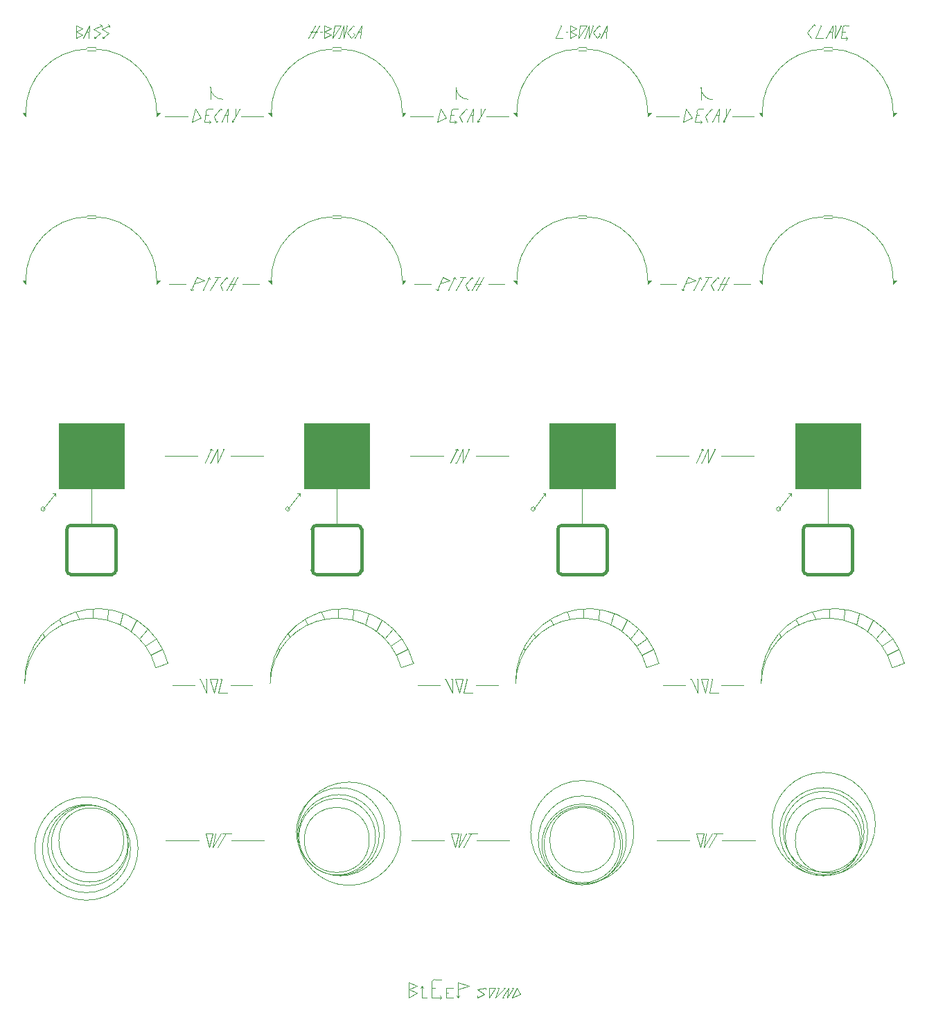
<source format=gto>
G04 #@! TF.GenerationSoftware,KiCad,Pcbnew,(6.0.1)*
G04 #@! TF.CreationDate,2022-02-10T17:32:22+01:00*
G04 #@! TF.ProjectId,Drumbox,4472756d-626f-4782-9e6b-696361645f70,rev?*
G04 #@! TF.SameCoordinates,Original*
G04 #@! TF.FileFunction,Legend,Top*
G04 #@! TF.FilePolarity,Positive*
%FSLAX46Y46*%
G04 Gerber Fmt 4.6, Leading zero omitted, Abs format (unit mm)*
G04 Created by KiCad (PCBNEW (6.0.1)) date 2022-02-10 17:32:22*
%MOMM*%
%LPD*%
G01*
G04 APERTURE LIST*
%ADD10C,0.120000*%
%ADD11C,0.100000*%
%ADD12C,0.400000*%
%ADD13C,0.150000*%
%ADD14O,6.700000X4.200000*%
G04 APERTURE END LIST*
D10*
X130100000Y-89450000D02*
X130100000Y-94700000D01*
X100100000Y-89450000D02*
X100100000Y-94700000D01*
D11*
X126100000Y-82200000D02*
X134100000Y-82200000D01*
X134100000Y-82200000D02*
X134100000Y-90200000D01*
X134100000Y-90200000D02*
X126100000Y-90200000D01*
X126100000Y-90200000D02*
X126100000Y-82200000D01*
G36*
X134100000Y-90200000D02*
G01*
X126100000Y-90200000D01*
X126100000Y-82200000D01*
X134100000Y-82200000D01*
X134100000Y-90200000D01*
G37*
X134100000Y-90200000D02*
X126100000Y-90200000D01*
X126100000Y-82200000D01*
X134100000Y-82200000D01*
X134100000Y-90200000D01*
D10*
X104586150Y-133600000D02*
G75*
G03*
X104586150Y-133600000I-4686150J0D01*
G01*
X104069887Y-133200000D02*
G75*
G03*
X104069887Y-133200000I-3969887J0D01*
G01*
X104885165Y-134200000D02*
G75*
G03*
X104885165Y-134200000I-5385165J0D01*
G01*
X104639636Y-133800000D02*
G75*
G03*
X104639636Y-133800000I-4939636J0D01*
G01*
X135935165Y-132150000D02*
G75*
G03*
X135935165Y-132150000I-5385165J0D01*
G01*
X135289636Y-132550000D02*
G75*
G03*
X135289636Y-132550000I-4939636J0D01*
G01*
X134836150Y-132750000D02*
G75*
G03*
X134836150Y-132750000I-4686150J0D01*
G01*
X134069887Y-133150000D02*
G75*
G03*
X134069887Y-133150000I-3969887J0D01*
G01*
X124350000Y-92700000D02*
G75*
G03*
X124350000Y-92700000I-250000J0D01*
G01*
X124100000Y-92700000D02*
X125600000Y-90800000D01*
X125600000Y-90800000D02*
X125300000Y-90800000D01*
X125600000Y-90800000D02*
X125600000Y-91100000D01*
X141700000Y-152400000D02*
X142900000Y-152400000D01*
X158625000Y-35200000D02*
X159425000Y-34700000D01*
X197396174Y-110519395D02*
X198756174Y-109849395D01*
D12*
X127600000Y-94700000D02*
X132600000Y-94700000D01*
D10*
X98556174Y-106149395D02*
X98256174Y-105349395D01*
X117300000Y-45400000D02*
X117500000Y-45300000D01*
X135956174Y-108549395D02*
X136956174Y-107349395D01*
X121700000Y-64800000D02*
X122100000Y-64800000D01*
X122100000Y-64800000D02*
X122100000Y-65200000D01*
X122100000Y-65200000D02*
X121700000Y-64800000D01*
G36*
X122100000Y-65200000D02*
G01*
X121700000Y-64800000D01*
X122100000Y-64800000D01*
X122100000Y-65200000D01*
G37*
X122100000Y-65200000D02*
X121700000Y-64800000D01*
X122100000Y-64800000D01*
X122100000Y-65200000D01*
X146000000Y-113500000D02*
X145900000Y-113500000D01*
X159425000Y-34000000D02*
X158625000Y-33600000D01*
X168100000Y-44700000D02*
X168100000Y-44300000D01*
X168100000Y-44300000D02*
X168500000Y-44300000D01*
X168500000Y-44300000D02*
X168100000Y-44700000D01*
G36*
X168100000Y-44700000D02*
G01*
X168100000Y-44300000D01*
X168500000Y-44300000D01*
X168100000Y-44700000D01*
G37*
X168100000Y-44700000D02*
X168100000Y-44300000D01*
X168500000Y-44300000D01*
X168100000Y-44700000D01*
X128600000Y-34400000D02*
X129400000Y-34000000D01*
X108100000Y-64800000D02*
G75*
G03*
X100600000Y-57000000I-7702650J99375D01*
G01*
X116000000Y-113500000D02*
X115900000Y-113500000D01*
X144800000Y-85350000D02*
X144900000Y-85550000D01*
D12*
X187600000Y-94700000D02*
G75*
G03*
X187100000Y-95200000I1J-500001D01*
G01*
D10*
X197956174Y-112049395D02*
G75*
G03*
X181956174Y-114049395I-7856174J-2150605D01*
G01*
X159600000Y-56800000D02*
X160600000Y-56800000D01*
X194539636Y-132150000D02*
G75*
G03*
X194539636Y-132150000I-4939636J0D01*
G01*
X100450000Y-35200000D02*
X100650000Y-35200000D01*
X162125000Y-33600000D02*
X162225000Y-33700000D01*
X177100000Y-86200000D02*
X181100000Y-86200000D01*
X176125000Y-66000000D02*
X176225000Y-65900000D01*
X160256174Y-106049395D02*
X160256174Y-104949395D01*
X144500000Y-43800000D02*
X144900000Y-43800000D01*
X174800000Y-85350000D02*
X174600000Y-85450000D01*
X147300000Y-152400000D02*
X147300000Y-152200000D01*
X160650000Y-33600000D02*
X159600000Y-35200000D01*
X154156174Y-107949395D02*
X154356174Y-108349395D01*
X114950000Y-134050000D02*
X115950000Y-132350000D01*
X114660660Y-42639340D02*
X114660660Y-41139340D01*
X184156174Y-107949395D02*
X184356174Y-108349395D01*
X116925000Y-65200000D02*
X117725000Y-65200000D01*
X172525000Y-65900000D02*
X172325000Y-66000000D01*
X108100000Y-65200000D02*
X108100000Y-64800000D01*
X108100000Y-64800000D02*
X108500000Y-64800000D01*
X108500000Y-64800000D02*
X108100000Y-65200000D01*
G36*
X108100000Y-65200000D02*
G01*
X108100000Y-64800000D01*
X108500000Y-64800000D01*
X108100000Y-65200000D01*
G37*
X108100000Y-65200000D02*
X108100000Y-64800000D01*
X108500000Y-64800000D01*
X108100000Y-65200000D01*
X172700000Y-114200000D02*
X170000000Y-114200000D01*
X152956174Y-109749395D02*
X153056174Y-109949395D01*
X162125000Y-33600000D02*
X161425000Y-34500000D01*
X159600000Y-36500000D02*
G75*
G03*
X152100000Y-44300000I150000J-7650000D01*
G01*
X169456174Y-111549395D02*
X167956174Y-112049395D01*
X174700000Y-45400000D02*
X174500000Y-45600000D01*
X144100000Y-44600000D02*
X144400000Y-44600000D01*
X128600000Y-33600000D02*
X128600000Y-35200000D01*
X175500000Y-113500000D02*
X175100000Y-115200000D01*
X143025000Y-64400000D02*
X142325000Y-66000000D01*
X115500000Y-85350000D02*
X115500000Y-87050000D01*
D12*
X97600000Y-94700000D02*
G75*
G03*
X97100000Y-95200000I1J-500001D01*
G01*
X163100000Y-95200000D02*
G75*
G03*
X162600000Y-94700000I-500001J-1D01*
G01*
D10*
X174000000Y-87050000D02*
X174800000Y-85350000D01*
D12*
X163100000Y-95200000D02*
X163100000Y-100200000D01*
D10*
X188100000Y-35200000D02*
X188200000Y-35100000D01*
X114800000Y-85350000D02*
X114600000Y-85450000D01*
X174600000Y-113500000D02*
X175500000Y-113500000D01*
X116300000Y-85350000D02*
X116200000Y-85350000D01*
X158125000Y-34400000D02*
X158325000Y-34400000D01*
X145825000Y-65300000D02*
X146125000Y-66000000D01*
X192300000Y-33600000D02*
G75*
G03*
X191900000Y-34000000I-1J-399999D01*
G01*
X176000000Y-113500000D02*
X175600000Y-115200000D01*
X189600000Y-57200000D02*
X190600000Y-57200000D01*
X130900000Y-33600000D02*
X130400000Y-35200000D01*
X163025000Y-34400000D02*
X162725000Y-34400000D01*
X140500000Y-151000000D02*
X140300000Y-151200000D01*
X190700000Y-33600000D02*
X190600000Y-35200000D01*
X174600000Y-41200000D02*
G75*
G03*
X176100000Y-42700000I1500001J1D01*
G01*
X130625000Y-33600000D02*
X129575000Y-35200000D01*
X158556174Y-106149395D02*
X158256174Y-105349395D01*
X144525000Y-64400000D02*
X144325000Y-64500000D01*
X146625000Y-64400000D02*
X145825000Y-65300000D01*
X116625000Y-64400000D02*
X115825000Y-65300000D01*
X114525000Y-64400000D02*
X114325000Y-64500000D01*
X147100000Y-86200000D02*
X151100000Y-86200000D01*
X181700000Y-44300000D02*
X182100000Y-44300000D01*
X182100000Y-44300000D02*
X182100000Y-44700000D01*
X182100000Y-44700000D02*
X181700000Y-44300000D01*
G36*
X182100000Y-44700000D02*
G01*
X181700000Y-44300000D01*
X182100000Y-44300000D01*
X182100000Y-44700000D01*
G37*
X182100000Y-44700000D02*
X181700000Y-44300000D01*
X182100000Y-44300000D01*
X182100000Y-44700000D01*
X151700000Y-64800000D02*
X152100000Y-64800000D01*
X152100000Y-64800000D02*
X152100000Y-65200000D01*
X152100000Y-65200000D02*
X151700000Y-64800000D01*
G36*
X152100000Y-65200000D02*
G01*
X151700000Y-64800000D01*
X152100000Y-64800000D01*
X152100000Y-65200000D01*
G37*
X152100000Y-65200000D02*
X151700000Y-64800000D01*
X152100000Y-64800000D01*
X152100000Y-65200000D01*
X176625000Y-64400000D02*
X176725000Y-64500000D01*
X176850000Y-132350000D02*
X177250000Y-132350000D01*
X175400000Y-45400000D02*
X175500000Y-45300000D01*
X165485165Y-133150000D02*
G75*
G03*
X165485165Y-133150000I-5385165J0D01*
G01*
D12*
X157600000Y-94700000D02*
X162600000Y-94700000D01*
D10*
X130400000Y-35200000D02*
X130300000Y-35200000D01*
X199456174Y-111549395D02*
X197956174Y-112049395D01*
X91700000Y-44300000D02*
X92100000Y-44300000D01*
X92100000Y-44300000D02*
X92100000Y-44700000D01*
X92100000Y-44700000D02*
X91700000Y-44300000D01*
G36*
X92100000Y-44700000D02*
G01*
X91700000Y-44300000D01*
X92100000Y-44300000D01*
X92100000Y-44700000D01*
G37*
X92100000Y-44700000D02*
X91700000Y-44300000D01*
X92100000Y-44300000D01*
X92100000Y-44700000D01*
X113100000Y-86200000D02*
X109100000Y-86200000D01*
X178600000Y-65200000D02*
X180600000Y-65200000D01*
X140500000Y-152400000D02*
X141100000Y-152400000D01*
X173400000Y-113500000D02*
X174200000Y-115200000D01*
X116800000Y-43800000D02*
X116000000Y-45400000D01*
X143500000Y-44900000D02*
X142800000Y-43800000D01*
X189600000Y-36500000D02*
G75*
G03*
X182100000Y-44300000I150000J-7650000D01*
G01*
X137396174Y-110519395D02*
X138756174Y-109849395D01*
X186556174Y-106849395D02*
X186256174Y-106249395D01*
X172800000Y-43800000D02*
X172400000Y-45400000D01*
X166726174Y-109449395D02*
X167956174Y-108549395D01*
X138900000Y-151400000D02*
X139900000Y-151000000D01*
X147200000Y-133200000D02*
X151200000Y-133200000D01*
X194906174Y-107599395D02*
X195606174Y-106299395D01*
D12*
X187600000Y-94700000D02*
X192600000Y-94700000D01*
D10*
X144700000Y-45400000D02*
X144500000Y-45600000D01*
X161425000Y-34500000D02*
X161925000Y-35200000D01*
X147700000Y-44700000D02*
X147700000Y-43800000D01*
X114600000Y-113500000D02*
X115500000Y-113500000D01*
X149500000Y-151200000D02*
X148700000Y-151200000D01*
X142100000Y-150200000D02*
G75*
G03*
X141700000Y-150600000I-1J-399999D01*
G01*
X176150000Y-132350000D02*
X176850000Y-132350000D01*
X187600000Y-34450000D02*
X188100000Y-35200000D01*
X133556174Y-106849395D02*
X133956174Y-105549395D01*
X148700000Y-152400000D02*
X149500000Y-151200000D01*
X167396174Y-110519395D02*
X168756174Y-109849395D01*
X143025000Y-64400000D02*
X143925000Y-64800000D01*
X152100000Y-151200000D02*
X151500000Y-152400000D01*
X112525000Y-65900000D02*
X112325000Y-66000000D01*
X198100000Y-64800000D02*
G75*
G03*
X190600000Y-57000000I-7702650J99375D01*
G01*
X99900000Y-33600000D02*
X99800000Y-35200000D01*
X115900000Y-43800000D02*
X116000000Y-43900000D01*
X131400000Y-33600000D02*
X130900000Y-35200000D01*
X169100000Y-44700000D02*
X171900000Y-44700000D01*
X115575000Y-64400000D02*
X114625000Y-66000000D01*
X133000000Y-34400000D02*
X132700000Y-34400000D01*
X164906174Y-107599395D02*
X165606174Y-106299395D01*
X146850000Y-132350000D02*
X147250000Y-132350000D01*
X143725000Y-66000000D02*
X144525000Y-64400000D01*
X191900000Y-34000000D02*
X191700000Y-35200000D01*
X138900000Y-152400000D02*
X139900000Y-151800000D01*
X190600000Y-34400000D02*
X190300000Y-34400000D01*
X145900000Y-43800000D02*
X145100000Y-44700000D01*
X150700000Y-151200000D02*
X150500000Y-151200000D01*
X115500000Y-87050000D02*
X116300000Y-85350000D01*
X114950000Y-132350000D02*
X114550000Y-134050000D01*
X174500000Y-43800000D02*
G75*
G03*
X174100000Y-44200000I-1J-399999D01*
G01*
X114700000Y-45400000D02*
X114500000Y-45200000D01*
X127500000Y-33600000D02*
X126600000Y-35200000D01*
X128000000Y-33600000D02*
X127100000Y-35200000D01*
X199456175Y-111549395D02*
G75*
G03*
X181956174Y-114049395I-8610204J-2228578D01*
G01*
X144900000Y-150600000D02*
X144900000Y-152400000D01*
X192300000Y-33600000D02*
X192700000Y-33600000D01*
X198100000Y-44300000D02*
G75*
G03*
X190600000Y-36500000I-7702650J99375D01*
G01*
X175825000Y-65300000D02*
X176125000Y-66000000D01*
X99050000Y-34000000D02*
X98250000Y-33600000D01*
X146800000Y-43800000D02*
X146000000Y-45400000D01*
X143100000Y-86200000D02*
X139100000Y-86200000D01*
D12*
X193100000Y-95200000D02*
X193100000Y-100200000D01*
D10*
X142525000Y-65900000D02*
X142325000Y-66000000D01*
X178025000Y-64400000D02*
X177125000Y-66000000D01*
X138100000Y-44700000D02*
X138100000Y-44300000D01*
X138100000Y-44300000D02*
X138500000Y-44300000D01*
X138500000Y-44300000D02*
X138100000Y-44700000D01*
G36*
X138100000Y-44700000D02*
G01*
X138100000Y-44300000D01*
X138500000Y-44300000D01*
X138100000Y-44700000D01*
G37*
X138100000Y-44700000D02*
X138100000Y-44300000D01*
X138500000Y-44300000D01*
X138100000Y-44700000D01*
D12*
X97600000Y-94700000D02*
X102600000Y-94700000D01*
D10*
X177200000Y-133200000D02*
X181200000Y-133200000D01*
X175900000Y-43800000D02*
X176000000Y-43900000D01*
X116700000Y-44600000D02*
X116400000Y-44600000D01*
X129600000Y-56800000D02*
X130600000Y-56800000D01*
X175100000Y-115200000D02*
X174600000Y-113500000D01*
X100450000Y-35200000D02*
X100450000Y-35000000D01*
X141700000Y-151200000D02*
X142100000Y-151200000D01*
X143500000Y-151200000D02*
X143500000Y-152400000D01*
X172325000Y-66000000D02*
X172225000Y-65800000D01*
X162175000Y-34600000D02*
X162275000Y-34700000D01*
X124156174Y-107949395D02*
X124356174Y-108349395D01*
X148300000Y-151200000D02*
X147300000Y-151400000D01*
X117700000Y-44700000D02*
X118200000Y-43800000D01*
X109456175Y-111549395D02*
G75*
G03*
X91956174Y-114049395I-8610204J-2228578D01*
G01*
X114550000Y-134050000D02*
X114050000Y-132350000D01*
X143200000Y-133200000D02*
X139200000Y-133200000D01*
X174200000Y-115200000D02*
X174200000Y-113500000D01*
X113400000Y-113500000D02*
X114200000Y-115200000D01*
X155600000Y-90800000D02*
X155300000Y-90800000D01*
X188450000Y-33500000D02*
X188550000Y-33600000D01*
X143500000Y-151800000D02*
X143700000Y-151800000D01*
X192500000Y-35200000D02*
X192300000Y-35400000D01*
X174525000Y-64400000D02*
X174325000Y-64500000D01*
X194286150Y-132700000D02*
G75*
G03*
X194286150Y-132700000I-4686150J0D01*
G01*
X175100000Y-44700000D02*
X175400000Y-45400000D01*
X116550000Y-132350000D02*
X115550000Y-134050000D01*
D12*
X187100000Y-100200000D02*
G75*
G03*
X187600000Y-100700000I500001J1D01*
G01*
D10*
X128556174Y-106149395D02*
X128256174Y-105349395D01*
X149900000Y-151200000D02*
X149700000Y-151200000D01*
X129575000Y-35200000D02*
X129825000Y-33600000D01*
X114200000Y-113500000D02*
X114100000Y-113500000D01*
D12*
X192600000Y-100700000D02*
G75*
G03*
X193100000Y-100200000I-1J500001D01*
G01*
D10*
X137956174Y-112049395D02*
G75*
G03*
X121956174Y-114049395I-7856174J-2150605D01*
G01*
X114700000Y-87050000D02*
X114600000Y-87050000D01*
X144050000Y-132350000D02*
X144950000Y-132350000D01*
X122956174Y-109749395D02*
X123056174Y-109949395D01*
X145100000Y-44700000D02*
X145400000Y-45400000D01*
X174500000Y-43800000D02*
X174900000Y-43800000D01*
X159600000Y-36300000D02*
X160600000Y-36300000D01*
X109100000Y-44700000D02*
X111900000Y-44700000D01*
X144200000Y-113500000D02*
X144100000Y-113500000D01*
X144950000Y-132350000D02*
X144550000Y-134050000D01*
X190700000Y-33600000D02*
X189900000Y-35200000D01*
X116125000Y-66000000D02*
X116225000Y-65900000D01*
X154100000Y-92700000D02*
X155600000Y-90800000D01*
X144700000Y-152200000D02*
X144900000Y-152400000D01*
X132100000Y-33600000D02*
X132200000Y-33700000D01*
X144900000Y-152400000D02*
X144900000Y-152200000D01*
X144700000Y-87050000D02*
X144600000Y-87050000D01*
X91700000Y-64800000D02*
X92100000Y-64800000D01*
X92100000Y-64800000D02*
X92100000Y-65200000D01*
X92100000Y-65200000D02*
X91700000Y-64800000D01*
G36*
X92100000Y-65200000D02*
G01*
X91700000Y-64800000D01*
X92100000Y-64800000D01*
X92100000Y-65200000D01*
G37*
X92100000Y-65200000D02*
X91700000Y-64800000D01*
X92100000Y-64800000D01*
X92100000Y-65200000D01*
X98250000Y-35200000D02*
X99050000Y-34700000D01*
X116850000Y-132350000D02*
X117250000Y-132350000D01*
X99600000Y-36300000D02*
X100600000Y-36300000D01*
X146700000Y-44600000D02*
X146400000Y-44600000D01*
X129400000Y-34700000D02*
X128600000Y-34400000D01*
X101450000Y-35200000D02*
X101650000Y-35200000D01*
X160925000Y-33600000D02*
X160925000Y-35200000D01*
X177300000Y-45400000D02*
X177300000Y-45200000D01*
X188600000Y-35200000D02*
X189500000Y-35200000D01*
X99600000Y-36700000D02*
X100600000Y-36700000D01*
D12*
X132600000Y-100700000D02*
G75*
G03*
X133100000Y-100200000I-1J500001D01*
G01*
D10*
X175600000Y-115200000D02*
X176700000Y-115200000D01*
X109456174Y-111549395D02*
X107956174Y-112049395D01*
X112700000Y-114200000D02*
X110000000Y-114200000D01*
X117700000Y-44700000D02*
X117300000Y-45400000D01*
X132150000Y-34600000D02*
X132250000Y-34700000D01*
X138100000Y-65200000D02*
X138100000Y-64800000D01*
X138100000Y-64800000D02*
X138500000Y-64800000D01*
X138500000Y-64800000D02*
X138100000Y-65200000D01*
G36*
X138100000Y-65200000D02*
G01*
X138100000Y-64800000D01*
X138500000Y-64800000D01*
X138100000Y-65200000D01*
G37*
X138100000Y-65200000D02*
X138100000Y-64800000D01*
X138500000Y-64800000D01*
X138100000Y-65200000D01*
X115175000Y-64400000D02*
X115875000Y-64400000D01*
X115825000Y-65300000D02*
X116125000Y-66000000D01*
X151700000Y-151200000D02*
X151500000Y-151200000D01*
X191750000Y-33600000D02*
X191650000Y-33600000D01*
X144800000Y-85350000D02*
X144600000Y-85450000D01*
X175175000Y-64400000D02*
X175875000Y-64400000D01*
X139100000Y-44700000D02*
X141900000Y-44700000D01*
X196726174Y-109449395D02*
X197956174Y-108549395D01*
X145100000Y-115200000D02*
X144600000Y-113500000D01*
X129825000Y-33600000D02*
X130625000Y-33600000D01*
X163556174Y-106849395D02*
X163956174Y-105549395D01*
X105813478Y-134200000D02*
G75*
G03*
X105813478Y-134200000I-6313478J0D01*
G01*
D12*
X127100000Y-100200000D02*
G75*
G03*
X127600000Y-100700000I500001J1D01*
G01*
D10*
X159600000Y-57000000D02*
G75*
G03*
X152100000Y-64800000I150000J-7650000D01*
G01*
X161425000Y-33600000D02*
X161325000Y-33600000D01*
X142400000Y-45400000D02*
X143500000Y-44900000D01*
X140500000Y-151000000D02*
X140500000Y-152400000D01*
X175500000Y-85350000D02*
X175500000Y-87050000D01*
X142700000Y-114200000D02*
X140000000Y-114200000D01*
X116625000Y-64400000D02*
X116725000Y-64500000D01*
X96556174Y-106849395D02*
X96256174Y-106249395D01*
X169600000Y-65200000D02*
X171600000Y-65200000D01*
X174700000Y-87050000D02*
X175500000Y-85350000D01*
X190100000Y-89450000D02*
X190100000Y-94700000D01*
X101350000Y-33600000D02*
X101150000Y-33500000D01*
X174950000Y-132350000D02*
X174550000Y-134050000D01*
X99600000Y-36500000D02*
G75*
G03*
X92100000Y-44300000I150000J-7650000D01*
G01*
X101350000Y-34100000D02*
X102250000Y-34600000D01*
X145250000Y-132350000D02*
X144950000Y-134050000D01*
X149900000Y-151200000D02*
X149500000Y-152400000D01*
X198100000Y-44700000D02*
X198100000Y-44300000D01*
X198100000Y-44300000D02*
X198500000Y-44300000D01*
X198500000Y-44300000D02*
X198100000Y-44700000D01*
G36*
X198100000Y-44700000D02*
G01*
X198100000Y-44300000D01*
X198500000Y-44300000D01*
X198100000Y-44700000D01*
G37*
X198100000Y-44700000D02*
X198100000Y-44300000D01*
X198500000Y-44300000D01*
X198100000Y-44700000D01*
X160925000Y-33600000D02*
X160425000Y-35200000D01*
D12*
X103100000Y-95200000D02*
X103100000Y-100200000D01*
D10*
X147300000Y-151400000D02*
X148100000Y-152000000D01*
X113200000Y-133200000D02*
X109200000Y-133200000D01*
X191050000Y-33600000D02*
X190950000Y-35200000D01*
X161925000Y-35200000D02*
X162275000Y-34700000D01*
X114700000Y-87050000D02*
X115500000Y-85350000D01*
X156825000Y-35200000D02*
X157725000Y-35200000D01*
X194985165Y-132150000D02*
G75*
G03*
X194985165Y-132150000I-5385165J0D01*
G01*
D12*
X162600000Y-100700000D02*
G75*
G03*
X163100000Y-100200000I-1J500001D01*
G01*
X162600000Y-100700000D02*
X157600000Y-100700000D01*
D10*
X134906174Y-107599395D02*
X135606174Y-106299395D01*
X95700000Y-90800000D02*
X95400000Y-90800000D01*
X126556174Y-106849395D02*
X126256174Y-106249395D01*
X102250000Y-34600000D02*
X101450000Y-35200000D01*
X105956174Y-108549395D02*
X106956174Y-107349395D01*
X191050000Y-33600000D02*
X190950000Y-33600000D01*
X175250000Y-132350000D02*
X174950000Y-134050000D01*
X115600000Y-115200000D02*
X116700000Y-115200000D01*
X174950000Y-134050000D02*
X175950000Y-132350000D01*
D12*
X102600000Y-100700000D02*
G75*
G03*
X103100000Y-100200000I-1J500001D01*
G01*
D10*
X148100000Y-152000000D02*
X147300000Y-152400000D01*
X189600000Y-36700000D02*
X190600000Y-36700000D01*
X115400000Y-45400000D02*
X115500000Y-45300000D01*
X145175000Y-64400000D02*
X145875000Y-64400000D01*
X147300000Y-45400000D02*
X147500000Y-45300000D01*
X92956174Y-109749395D02*
X93056174Y-109949395D01*
X99600000Y-57000000D02*
G75*
G03*
X92100000Y-64800000I150000J-7650000D01*
G01*
X131400000Y-33600000D02*
X131300000Y-33600000D01*
X130900000Y-33600000D02*
X130900000Y-35200000D01*
X144550000Y-134050000D02*
X144050000Y-132350000D01*
X106726174Y-109449395D02*
X107956174Y-108549395D01*
X117525000Y-64400000D02*
X116625000Y-66000000D01*
X177525000Y-64400000D02*
X176625000Y-66000000D01*
X113025000Y-64400000D02*
X113925000Y-64800000D01*
X189600000Y-36300000D02*
X190600000Y-36300000D01*
X151700000Y-44300000D02*
X152100000Y-44300000D01*
X152100000Y-44300000D02*
X152100000Y-44700000D01*
X152100000Y-44700000D02*
X151700000Y-44300000D01*
G36*
X152100000Y-44700000D02*
G01*
X151700000Y-44300000D01*
X152100000Y-44300000D01*
X152100000Y-44700000D01*
G37*
X152100000Y-44700000D02*
X151700000Y-44300000D01*
X152100000Y-44300000D01*
X152100000Y-44700000D01*
X99800000Y-34400000D02*
X99500000Y-34400000D01*
X176625000Y-64400000D02*
X175825000Y-65300000D01*
X146800000Y-43800000D02*
X146700000Y-45400000D01*
X99600000Y-56800000D02*
X100600000Y-56800000D01*
X160425000Y-35200000D02*
X160325000Y-35200000D01*
X177700000Y-44700000D02*
X177300000Y-45400000D01*
X139900000Y-151000000D02*
X138900000Y-150600000D01*
X173925000Y-64800000D02*
X172725000Y-65100000D01*
X115100000Y-44700000D02*
X115400000Y-45400000D01*
X115900000Y-43800000D02*
X115100000Y-44700000D01*
X167956174Y-112049395D02*
G75*
G03*
X151956174Y-114049395I-7856174J-2150605D01*
G01*
X147700000Y-44700000D02*
X147300000Y-45400000D01*
X148600000Y-65200000D02*
X150600000Y-65200000D01*
X139900000Y-151800000D02*
X138900000Y-151400000D01*
X176800000Y-43800000D02*
X176000000Y-45400000D01*
X192056174Y-106249395D02*
X192156174Y-105049395D01*
X172400000Y-45400000D02*
X173500000Y-44900000D01*
X146150000Y-132350000D02*
X146850000Y-132350000D01*
X157525000Y-33600000D02*
X156825000Y-35200000D01*
X150300000Y-152400000D02*
X150500000Y-152400000D01*
X94156174Y-107949395D02*
X94356174Y-108349395D01*
X159425000Y-34700000D02*
X158625000Y-34400000D01*
X116150000Y-132350000D02*
X116850000Y-132350000D01*
X144600000Y-113500000D02*
X145500000Y-113500000D01*
X131900000Y-35200000D02*
X132250000Y-34700000D01*
X144660660Y-41139340D02*
G75*
G03*
X146160660Y-42639340I1500001J1D01*
G01*
X114525000Y-64400000D02*
X114625000Y-64600000D01*
X160100000Y-89450000D02*
X160100000Y-94700000D01*
X189300000Y-33600000D02*
X188600000Y-35200000D01*
D12*
X157100000Y-95200000D02*
X157100000Y-100200000D01*
D10*
X168100000Y-44300000D02*
G75*
G03*
X160600000Y-36500000I-7702650J99375D01*
G01*
X121700000Y-44300000D02*
X122100000Y-44300000D01*
X122100000Y-44300000D02*
X122100000Y-44700000D01*
X122100000Y-44700000D02*
X121700000Y-44300000D01*
G36*
X122100000Y-44700000D02*
G01*
X121700000Y-44300000D01*
X122100000Y-44300000D01*
X122100000Y-44700000D01*
G37*
X122100000Y-44700000D02*
X121700000Y-44300000D01*
X122100000Y-44300000D01*
X122100000Y-44700000D01*
X173100000Y-86200000D02*
X169100000Y-86200000D01*
X115500000Y-113500000D02*
X115100000Y-115200000D01*
X102350000Y-33600000D02*
X102150000Y-33500000D01*
X114000000Y-87050000D02*
X114800000Y-85350000D01*
X143400000Y-113500000D02*
X144200000Y-115200000D01*
X164069887Y-133150000D02*
G75*
G03*
X164069887Y-133150000I-3969887J0D01*
G01*
X175575000Y-64400000D02*
X174625000Y-66000000D01*
X175900000Y-43800000D02*
X175100000Y-44700000D01*
X102056174Y-106249395D02*
X102156174Y-105049395D01*
X188556174Y-106149395D02*
X188256174Y-105349395D01*
X148025000Y-64400000D02*
X147125000Y-66000000D01*
X175500000Y-87050000D02*
X176300000Y-85350000D01*
X145400000Y-45400000D02*
X145500000Y-45300000D01*
X178400000Y-44700000D02*
X181100000Y-44700000D01*
X146550000Y-132350000D02*
X145550000Y-134050000D01*
X174100000Y-44600000D02*
X174400000Y-44600000D01*
X173025000Y-64400000D02*
X173925000Y-64800000D01*
D12*
X187100000Y-95200000D02*
X187100000Y-100200000D01*
D10*
X114050000Y-132350000D02*
X114950000Y-132350000D01*
X164780278Y-133700000D02*
G75*
G03*
X164780278Y-133700000I-4680278J0D01*
G01*
X139600000Y-65200000D02*
X141600000Y-65200000D01*
X145500000Y-113500000D02*
X145100000Y-115200000D01*
X173725000Y-66000000D02*
X174525000Y-64400000D01*
D12*
X97100000Y-100200000D02*
G75*
G03*
X97600000Y-100700000I500001J1D01*
G01*
D10*
X194069887Y-133200000D02*
G75*
G03*
X194069887Y-133200000I-3969887J0D01*
G01*
X129600000Y-36300000D02*
X130600000Y-36300000D01*
X117100000Y-86200000D02*
X121100000Y-86200000D01*
X143925000Y-64800000D02*
X142725000Y-65100000D01*
X113725000Y-66000000D02*
X114525000Y-64400000D01*
X188450000Y-33500000D02*
X187600000Y-34450000D01*
X174200000Y-113500000D02*
X174100000Y-113500000D01*
X182956174Y-109749395D02*
X183056174Y-109949395D01*
X191700000Y-35200000D02*
X192400000Y-35200000D01*
X173400000Y-113500000D02*
X173300000Y-113500000D01*
X157525000Y-33600000D02*
X157425000Y-33600000D01*
X147300000Y-45400000D02*
X147300000Y-45200000D01*
X165039636Y-133700000D02*
G75*
G03*
X165039636Y-133700000I-4939636J0D01*
G01*
X155600000Y-90800000D02*
X155600000Y-91100000D01*
X159600000Y-35200000D02*
X159850000Y-33600000D01*
X101450000Y-35200000D02*
X101450000Y-35000000D01*
X126900000Y-34400000D02*
X127700000Y-34400000D01*
X99050000Y-34700000D02*
X98250000Y-34400000D01*
X104906174Y-107599395D02*
X105606174Y-106299395D01*
X146000000Y-113500000D02*
X145600000Y-115200000D01*
X147100000Y-114200000D02*
X149800000Y-114200000D01*
X189600000Y-57000000D02*
G75*
G03*
X182100000Y-64800000I150000J-7650000D01*
G01*
X99600000Y-57200000D02*
X100600000Y-57200000D01*
X144950000Y-134050000D02*
X145950000Y-132350000D01*
X176800000Y-43800000D02*
X176700000Y-45400000D01*
X148400000Y-44700000D02*
X151100000Y-44700000D01*
X145575000Y-64400000D02*
X144625000Y-66000000D01*
X142100000Y-150200000D02*
X142900000Y-150200000D01*
X159600000Y-36700000D02*
X160600000Y-36700000D01*
X145600000Y-115200000D02*
X146700000Y-115200000D01*
X174700000Y-87050000D02*
X174600000Y-87050000D01*
X144900000Y-152400000D02*
X145100000Y-152200000D01*
X174600000Y-42700000D02*
X174600000Y-41200000D01*
X138900000Y-150600000D02*
X138900000Y-152400000D01*
X173900000Y-45400000D02*
X174600000Y-45400000D01*
D12*
X127600000Y-94700000D02*
G75*
G03*
X127100000Y-95200000I1J-500001D01*
G01*
D10*
X130256174Y-106049395D02*
X130256174Y-104949395D01*
X146125000Y-66000000D02*
X146225000Y-65900000D01*
X95700000Y-90800000D02*
X95700000Y-91100000D01*
X149500000Y-152400000D02*
X150700000Y-151200000D01*
X158625000Y-34400000D02*
X159425000Y-34000000D01*
X112400000Y-45400000D02*
X113500000Y-44900000D01*
X165956174Y-108549395D02*
X166956174Y-107349395D01*
X112800000Y-43800000D02*
X112400000Y-45400000D01*
X174525000Y-64400000D02*
X174625000Y-64600000D01*
X161425000Y-33600000D02*
X160925000Y-35200000D01*
X102350000Y-33600000D02*
X102350000Y-33800000D01*
X98250000Y-33600000D02*
X98250000Y-35200000D01*
X142900000Y-152400000D02*
X142700000Y-152200000D01*
X94450000Y-92700000D02*
G75*
G03*
X94450000Y-92700000I-250000J0D01*
G01*
X137913478Y-132386523D02*
G75*
G03*
X137913478Y-132386523I-6313478J0D01*
G01*
X113025000Y-64400000D02*
X112325000Y-66000000D01*
X112325000Y-66000000D02*
X112225000Y-65800000D01*
X159600000Y-57200000D02*
X160600000Y-57200000D01*
D12*
X157600000Y-94700000D02*
G75*
G03*
X157100000Y-95200000I1J-500001D01*
G01*
D10*
X136726174Y-109449395D02*
X137956174Y-108549395D01*
X173200000Y-133200000D02*
X169200000Y-133200000D01*
D12*
X127100000Y-95200000D02*
X127100000Y-100200000D01*
D10*
X152100000Y-151200000D02*
X152500000Y-152000000D01*
D11*
X156100000Y-82200000D02*
X164100000Y-82200000D01*
X164100000Y-82200000D02*
X164100000Y-90200000D01*
X164100000Y-90200000D02*
X156100000Y-90200000D01*
X156100000Y-90200000D02*
X156100000Y-82200000D01*
G36*
X164100000Y-90200000D02*
G01*
X156100000Y-90200000D01*
X156100000Y-82200000D01*
X164100000Y-82200000D01*
X164100000Y-90200000D01*
G37*
X164100000Y-90200000D02*
X156100000Y-90200000D01*
X156100000Y-82200000D01*
X164100000Y-82200000D01*
X164100000Y-90200000D01*
D10*
X176550000Y-132350000D02*
X175550000Y-134050000D01*
X118025000Y-64400000D02*
X117125000Y-66000000D01*
X173500000Y-44900000D02*
X172800000Y-43800000D01*
X114100000Y-44200000D02*
X113900000Y-45400000D01*
X192500000Y-35200000D02*
X192300000Y-35000000D01*
X116000000Y-113500000D02*
X115600000Y-115200000D01*
X128100000Y-34400000D02*
X128300000Y-34400000D01*
X102350000Y-33600000D02*
X101350000Y-34100000D01*
X185600000Y-90800000D02*
X185300000Y-90800000D01*
X117200000Y-133200000D02*
X121200000Y-133200000D01*
D12*
X133100000Y-95200000D02*
G75*
G03*
X132600000Y-94700000I-500001J-1D01*
G01*
D10*
X177700000Y-44700000D02*
X177700000Y-43800000D01*
X101350000Y-33600000D02*
X101350000Y-33800000D01*
X129600000Y-36500000D02*
G75*
G03*
X122100000Y-44300000I150000J-7650000D01*
G01*
X132100000Y-33600000D02*
X131400000Y-34500000D01*
X176300000Y-85350000D02*
X176200000Y-85350000D01*
X140500000Y-151000000D02*
X140700000Y-151200000D01*
X138100000Y-64800000D02*
G75*
G03*
X130600000Y-57000000I-7702650J99375D01*
G01*
D12*
X132600000Y-100700000D02*
X127600000Y-100700000D01*
D10*
X101250000Y-34600000D02*
X100450000Y-35200000D01*
X146300000Y-85350000D02*
X146200000Y-85350000D01*
X181700000Y-64800000D02*
X182100000Y-64800000D01*
X182100000Y-64800000D02*
X182100000Y-65200000D01*
X182100000Y-65200000D02*
X181700000Y-64800000D01*
G36*
X182100000Y-65200000D02*
G01*
X181700000Y-64800000D01*
X182100000Y-64800000D01*
X182100000Y-65200000D01*
G37*
X182100000Y-65200000D02*
X181700000Y-64800000D01*
X182100000Y-64800000D01*
X182100000Y-65200000D01*
D11*
X186100000Y-82200000D02*
X194100000Y-82200000D01*
X194100000Y-82200000D02*
X194100000Y-90200000D01*
X194100000Y-90200000D02*
X186100000Y-90200000D01*
X186100000Y-90200000D02*
X186100000Y-82200000D01*
G36*
X194100000Y-90200000D02*
G01*
X186100000Y-90200000D01*
X186100000Y-82200000D01*
X194100000Y-82200000D01*
X194100000Y-90200000D01*
G37*
X194100000Y-90200000D02*
X186100000Y-90200000D01*
X186100000Y-82200000D01*
X194100000Y-82200000D01*
X194100000Y-90200000D01*
D10*
X99900000Y-33600000D02*
X99100000Y-35200000D01*
X145500000Y-85350000D02*
X145500000Y-87050000D01*
X177700000Y-44700000D02*
X178200000Y-43800000D01*
X144660660Y-42639340D02*
X144660660Y-41139340D01*
X176925000Y-65200000D02*
X177725000Y-65200000D01*
X174800000Y-85350000D02*
X174900000Y-85550000D01*
X151100000Y-151200000D02*
X150300000Y-152400000D01*
X154350000Y-92700000D02*
G75*
G03*
X154350000Y-92700000I-250000J0D01*
G01*
X129600000Y-57000000D02*
G75*
G03*
X122100000Y-64800000I150000J-7650000D01*
G01*
X193556174Y-106849395D02*
X193956174Y-105549395D01*
X133100000Y-33600000D02*
X133000000Y-35200000D01*
X195956174Y-108549395D02*
X196956174Y-107349395D01*
X117700000Y-44700000D02*
X117700000Y-43800000D01*
X142900000Y-152400000D02*
X142700000Y-152600000D01*
X142800000Y-43800000D02*
X142400000Y-45400000D01*
X158625000Y-33600000D02*
X158625000Y-35200000D01*
X174050000Y-132350000D02*
X174950000Y-132350000D01*
X117100000Y-114200000D02*
X119800000Y-114200000D01*
X144200000Y-115200000D02*
X144200000Y-113500000D01*
X144900000Y-150600000D02*
X146300000Y-151000000D01*
X143900000Y-45400000D02*
X144600000Y-45400000D01*
X145500000Y-87050000D02*
X146300000Y-85350000D01*
X150900000Y-152400000D02*
X151700000Y-151200000D01*
X151500000Y-152400000D02*
X152500000Y-152000000D01*
X185600000Y-90800000D02*
X185600000Y-91100000D01*
X147525000Y-64400000D02*
X146625000Y-66000000D01*
X145900000Y-43800000D02*
X146000000Y-43900000D01*
X177100000Y-114200000D02*
X179800000Y-114200000D01*
X114660660Y-41139340D02*
G75*
G03*
X116160660Y-42639340I1500001J1D01*
G01*
X143500000Y-152400000D02*
X144300000Y-152400000D01*
X114800000Y-85350000D02*
X114900000Y-85550000D01*
D12*
X192600000Y-100700000D02*
X187600000Y-100700000D01*
D10*
X146925000Y-65200000D02*
X147725000Y-65200000D01*
X189300000Y-33600000D02*
X189200000Y-33600000D01*
X100256174Y-106049395D02*
X100256174Y-104949395D01*
X174550000Y-134050000D02*
X174050000Y-132350000D01*
X118600000Y-65200000D02*
X120600000Y-65200000D01*
X147700000Y-44700000D02*
X148200000Y-43800000D01*
X107396174Y-110519395D02*
X108756174Y-109849395D01*
X190256174Y-106049395D02*
X190256174Y-104949395D01*
X176700000Y-44600000D02*
X176400000Y-44600000D01*
D12*
X102600000Y-100700000D02*
X97600000Y-100700000D01*
D10*
X109600000Y-65200000D02*
X111600000Y-65200000D01*
D12*
X193100000Y-95200000D02*
G75*
G03*
X192600000Y-94700000I-500001J-1D01*
G01*
D10*
X118400000Y-44700000D02*
X121100000Y-44700000D01*
X146300000Y-151000000D02*
X144900000Y-151400000D01*
X189600000Y-56800000D02*
X190600000Y-56800000D01*
X114500000Y-43800000D02*
G75*
G03*
X114100000Y-44200000I-1J-399999D01*
G01*
X98250000Y-34400000D02*
X99050000Y-34000000D01*
X94200000Y-92700000D02*
X95700000Y-90800000D01*
X168100000Y-65200000D02*
X168100000Y-64800000D01*
X168100000Y-64800000D02*
X168500000Y-64800000D01*
X168500000Y-64800000D02*
X168100000Y-65200000D01*
G36*
X168100000Y-65200000D02*
G01*
X168100000Y-64800000D01*
X168500000Y-64800000D01*
X168100000Y-65200000D01*
G37*
X168100000Y-65200000D02*
X168100000Y-64800000D01*
X168500000Y-64800000D01*
X168100000Y-65200000D01*
D12*
X103100000Y-95200000D02*
G75*
G03*
X102600000Y-94700000I-500001J-1D01*
G01*
D10*
X100350000Y-34100000D02*
X101250000Y-34600000D01*
X144700000Y-87050000D02*
X145500000Y-85350000D01*
D12*
X157100000Y-100200000D02*
G75*
G03*
X157600000Y-100700000I500001J1D01*
G01*
D10*
X114500000Y-43800000D02*
X114900000Y-43800000D01*
X114200000Y-115200000D02*
X114200000Y-113500000D01*
X113400000Y-113500000D02*
X113300000Y-113500000D01*
X166413478Y-132200000D02*
G75*
G03*
X166413478Y-132200000I-6313478J0D01*
G01*
X144000000Y-87050000D02*
X144800000Y-85350000D01*
X169456175Y-111549395D02*
G75*
G03*
X151956174Y-114049395I-8610204J-2228578D01*
G01*
X115250000Y-132350000D02*
X114950000Y-134050000D01*
X144700000Y-45400000D02*
X144500000Y-45200000D01*
D12*
X97100000Y-95200000D02*
X97100000Y-100200000D01*
D10*
X138100000Y-44300000D02*
G75*
G03*
X130600000Y-36500000I-7702650J99375D01*
G01*
X144100000Y-44200000D02*
X143900000Y-45400000D01*
X184350000Y-92700000D02*
G75*
G03*
X184350000Y-92700000I-250000J0D01*
G01*
X117300000Y-45400000D02*
X117300000Y-45200000D01*
X156556174Y-106849395D02*
X156256174Y-106249395D01*
X195913478Y-131200000D02*
G75*
G03*
X195913478Y-131200000I-6313478J0D01*
G01*
X184100000Y-92700000D02*
X185600000Y-90800000D01*
X132056174Y-106249395D02*
X132156174Y-105049395D01*
X141700000Y-150600000D02*
X141700000Y-152400000D01*
X128600000Y-35200000D02*
X129400000Y-34700000D01*
X139456175Y-111549395D02*
G75*
G03*
X121956174Y-114049395I-8610204J-2228578D01*
G01*
X114100000Y-44600000D02*
X114400000Y-44600000D01*
X139456174Y-111549395D02*
X137956174Y-112049395D01*
X144500000Y-43800000D02*
G75*
G03*
X144100000Y-44200000I-1J-399999D01*
G01*
X107956174Y-112049395D02*
G75*
G03*
X91956174Y-114049395I-7856174J-2150605D01*
G01*
D11*
X96100000Y-82200000D02*
X104100000Y-82200000D01*
X104100000Y-82200000D02*
X104100000Y-90200000D01*
X104100000Y-90200000D02*
X96100000Y-90200000D01*
X96100000Y-90200000D02*
X96100000Y-82200000D01*
G36*
X104100000Y-90200000D02*
G01*
X96100000Y-90200000D01*
X96100000Y-82200000D01*
X104100000Y-82200000D01*
X104100000Y-90200000D01*
G37*
X104100000Y-90200000D02*
X96100000Y-90200000D01*
X96100000Y-82200000D01*
X104100000Y-82200000D01*
X104100000Y-90200000D01*
D10*
X133100000Y-33600000D02*
X132300000Y-35200000D01*
X174700000Y-45400000D02*
X174500000Y-45200000D01*
X116800000Y-43800000D02*
X116700000Y-45400000D01*
X191900000Y-34400000D02*
X192200000Y-34400000D01*
X108100000Y-44300000D02*
G75*
G03*
X100600000Y-36500000I-7702650J99375D01*
G01*
X143400000Y-113500000D02*
X143300000Y-113500000D01*
X113925000Y-64800000D02*
X112725000Y-65100000D01*
X174100000Y-44200000D02*
X173900000Y-45400000D01*
X115100000Y-115200000D02*
X114600000Y-113500000D01*
X177300000Y-45400000D02*
X177500000Y-45300000D01*
X163125000Y-33600000D02*
X162325000Y-35200000D01*
X176000000Y-113500000D02*
X175900000Y-113500000D01*
X113500000Y-44900000D02*
X112800000Y-43800000D01*
X101350000Y-33600000D02*
X100350000Y-34100000D01*
X191750000Y-33600000D02*
X190950000Y-35200000D01*
X162056174Y-106249395D02*
X162156174Y-105049395D01*
X148300000Y-151200000D02*
X148300000Y-151400000D01*
X113900000Y-45400000D02*
X114600000Y-45400000D01*
X142325000Y-66000000D02*
X142225000Y-65800000D01*
X168100000Y-64800000D02*
G75*
G03*
X160600000Y-57000000I-7702650J99375D01*
G01*
X173025000Y-64400000D02*
X172325000Y-66000000D01*
X148700000Y-151200000D02*
X148700000Y-152400000D01*
X131400000Y-34500000D02*
X131900000Y-35200000D01*
X163125000Y-33600000D02*
X163025000Y-35200000D01*
X159850000Y-33600000D02*
X160650000Y-33600000D01*
X129600000Y-36700000D02*
X130600000Y-36700000D01*
X151100000Y-151200000D02*
X150900000Y-152400000D01*
X129600000Y-57200000D02*
X130600000Y-57200000D01*
X114700000Y-45400000D02*
X114500000Y-45600000D01*
X143500000Y-151200000D02*
X144300000Y-151200000D01*
X108100000Y-44700000D02*
X108100000Y-44300000D01*
X108100000Y-44300000D02*
X108500000Y-44300000D01*
X108500000Y-44300000D02*
X108100000Y-44700000D01*
G36*
X108100000Y-44700000D02*
G01*
X108100000Y-44300000D01*
X108500000Y-44300000D01*
X108100000Y-44700000D01*
G37*
X108100000Y-44700000D02*
X108100000Y-44300000D01*
X108500000Y-44300000D01*
X108100000Y-44700000D01*
X146625000Y-64400000D02*
X146725000Y-64500000D01*
X198100000Y-65200000D02*
X198100000Y-64800000D01*
X198100000Y-64800000D02*
X198500000Y-64800000D01*
X198500000Y-64800000D02*
X198100000Y-65200000D01*
G36*
X198100000Y-65200000D02*
G01*
X198100000Y-64800000D01*
X198500000Y-64800000D01*
X198100000Y-65200000D01*
G37*
X198100000Y-65200000D02*
X198100000Y-64800000D01*
X198500000Y-64800000D01*
X198100000Y-65200000D01*
X129400000Y-34000000D02*
X128600000Y-33600000D01*
X103556174Y-106849395D02*
X103956174Y-105549395D01*
D12*
X133100000Y-95200000D02*
X133100000Y-100200000D01*
D10*
X144525000Y-64400000D02*
X144625000Y-64600000D01*
D13*
%LPC*%
D11*
X102600000Y-100200000D02*
X97600000Y-100200000D01*
X97600000Y-100200000D02*
X97600000Y-95200000D01*
X97600000Y-95200000D02*
X102600000Y-95200000D01*
X102600000Y-95200000D02*
X102600000Y-100200000D01*
G36*
X102600000Y-100200000D02*
G01*
X97600000Y-100200000D01*
X97600000Y-95200000D01*
X102600000Y-95200000D01*
X102600000Y-100200000D01*
G37*
X102600000Y-100200000D02*
X97600000Y-100200000D01*
X97600000Y-95200000D01*
X102600000Y-95200000D01*
X102600000Y-100200000D01*
X132600000Y-100200000D02*
X127600000Y-100200000D01*
X127600000Y-100200000D02*
X127600000Y-95200000D01*
X127600000Y-95200000D02*
X132600000Y-95200000D01*
X132600000Y-95200000D02*
X132600000Y-100200000D01*
G36*
X132600000Y-100200000D02*
G01*
X127600000Y-100200000D01*
X127600000Y-95200000D01*
X132600000Y-95200000D01*
X132600000Y-100200000D01*
G37*
X132600000Y-100200000D02*
X127600000Y-100200000D01*
X127600000Y-95200000D01*
X132600000Y-95200000D01*
X132600000Y-100200000D01*
X162600000Y-100200000D02*
X157600000Y-100200000D01*
X157600000Y-100200000D02*
X157600000Y-95200000D01*
X157600000Y-95200000D02*
X162600000Y-95200000D01*
X162600000Y-95200000D02*
X162600000Y-100200000D01*
G36*
X162600000Y-100200000D02*
G01*
X157600000Y-100200000D01*
X157600000Y-95200000D01*
X162600000Y-95200000D01*
X162600000Y-100200000D01*
G37*
X162600000Y-100200000D02*
X157600000Y-100200000D01*
X157600000Y-95200000D01*
X162600000Y-95200000D01*
X162600000Y-100200000D01*
X192600000Y-100200000D02*
X187600000Y-100200000D01*
X187600000Y-100200000D02*
X187600000Y-95200000D01*
X187600000Y-95200000D02*
X192600000Y-95200000D01*
X192600000Y-95200000D02*
X192600000Y-100200000D01*
G36*
X192600000Y-100200000D02*
G01*
X187600000Y-100200000D01*
X187600000Y-95200000D01*
X192600000Y-95200000D01*
X192600000Y-100200000D01*
G37*
X192600000Y-100200000D02*
X187600000Y-100200000D01*
X187600000Y-95200000D01*
X192600000Y-95200000D01*
X192600000Y-100200000D01*
D14*
X97100000Y-156200000D03*
X193100000Y-29200000D03*
X97100000Y-29200000D03*
X193100000Y-156200000D03*
M02*

</source>
